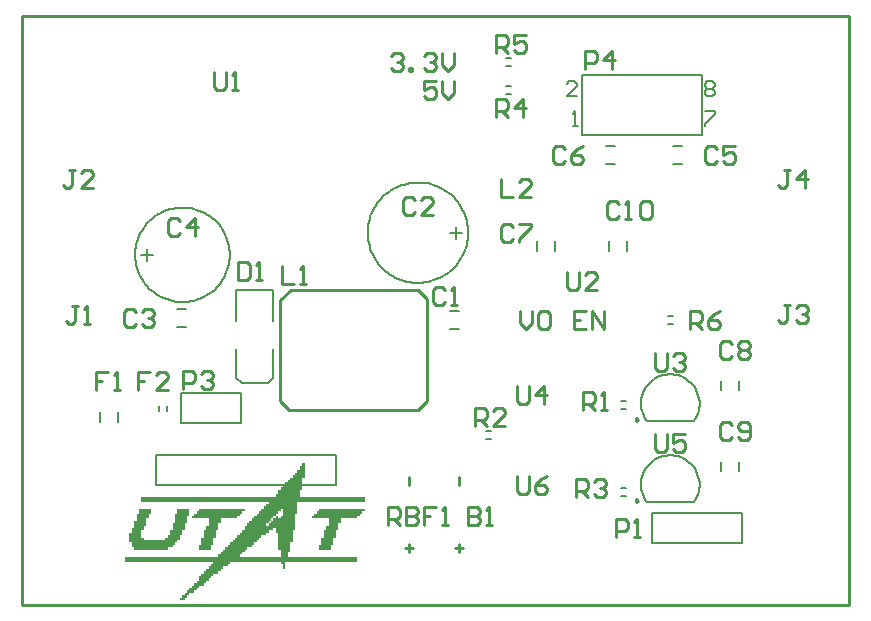
<source format=gto>
G04*
G04 #@! TF.GenerationSoftware,Altium Limited,Altium Designer,18.0.12 (696)*
G04*
G04 Layer_Color=65535*
%FSLAX25Y25*%
%MOIN*%
G70*
G01*
G75*
%ADD10C,0.00984*%
%ADD11C,0.00787*%
%ADD12C,0.01000*%
%ADD13C,0.00800*%
G36*
X56200Y109600D02*
X55400D01*
Y107200D01*
X54600D01*
Y104800D01*
X53800D01*
Y103200D01*
X53000D01*
Y101600D01*
X52200D01*
Y100800D01*
X51400D01*
Y100000D01*
X50600D01*
Y99200D01*
X49000D01*
Y98400D01*
X37800D01*
Y99200D01*
X37000D01*
Y100800D01*
X36200D01*
Y104000D01*
X37000D01*
Y105600D01*
X37800D01*
Y108000D01*
X38600D01*
Y110400D01*
X39400D01*
Y112000D01*
X43400D01*
Y110400D01*
X42600D01*
Y108800D01*
X41800D01*
Y106400D01*
X41000D01*
Y104800D01*
X40200D01*
Y102400D01*
X41000D01*
Y101600D01*
X48200D01*
Y102400D01*
X49000D01*
Y103200D01*
X49800D01*
Y104800D01*
X50600D01*
Y107200D01*
X51400D01*
Y110400D01*
X52200D01*
Y112000D01*
X56200D01*
Y109600D01*
D02*
G37*
G36*
X114600Y111200D02*
X113800D01*
Y110400D01*
X113000D01*
Y109600D01*
X112200D01*
Y108800D01*
X106600D01*
Y107200D01*
X105800D01*
Y104800D01*
X105000D01*
Y102400D01*
X104200D01*
Y100000D01*
X103400D01*
Y98400D01*
X99400D01*
Y100000D01*
X100200D01*
Y102400D01*
X101000D01*
Y104800D01*
X101800D01*
Y106400D01*
X102600D01*
Y108800D01*
X97000D01*
Y109600D01*
X97800D01*
Y110400D01*
X98600D01*
Y111200D01*
X99400D01*
Y112000D01*
X114600D01*
Y111200D01*
D02*
G37*
G36*
X74600D02*
X73800D01*
Y110400D01*
X73000D01*
Y109600D01*
X72200D01*
Y108800D01*
X66600D01*
Y107200D01*
X65800D01*
Y104800D01*
X65000D01*
Y102400D01*
X64200D01*
Y100000D01*
X63400D01*
Y98400D01*
X59400D01*
Y100000D01*
X60200D01*
Y102400D01*
X61000D01*
Y104800D01*
X61800D01*
Y106400D01*
X62600D01*
Y108800D01*
X57000D01*
Y109600D01*
X57800D01*
Y110400D01*
X58600D01*
Y111200D01*
X59400D01*
Y112000D01*
X74600D01*
Y111200D01*
D02*
G37*
G36*
X94600Y122400D02*
X93800D01*
Y118400D01*
X93000D01*
Y116000D01*
X114600D01*
Y114400D01*
X92200D01*
Y110400D01*
X91400D01*
Y104800D01*
X90600D01*
Y100800D01*
X89800D01*
Y97600D01*
X89000D01*
Y96000D01*
X112200D01*
Y94400D01*
X88200D01*
Y92000D01*
X87400D01*
Y93600D01*
X86600D01*
Y94400D01*
X69800D01*
Y93600D01*
X69000D01*
Y92800D01*
X67400D01*
Y92000D01*
X66600D01*
Y91200D01*
X65800D01*
Y90400D01*
X64200D01*
Y89600D01*
X63400D01*
Y88800D01*
X62600D01*
Y88000D01*
X61800D01*
Y87200D01*
X61000D01*
Y86400D01*
X59400D01*
Y85600D01*
X58600D01*
Y84800D01*
X57800D01*
Y84000D01*
X56200D01*
Y83200D01*
X55400D01*
Y82400D01*
X54600D01*
Y81600D01*
X53000D01*
Y82400D01*
X53800D01*
Y83200D01*
X54600D01*
Y84000D01*
X55400D01*
Y84800D01*
X56200D01*
Y85600D01*
X57000D01*
Y86400D01*
X57800D01*
Y87200D01*
X58600D01*
Y88000D01*
X59400D01*
Y89600D01*
X60200D01*
Y90400D01*
X61000D01*
Y91200D01*
X61800D01*
Y92000D01*
X62600D01*
Y92800D01*
X63400D01*
Y93600D01*
X64200D01*
Y94400D01*
X34600D01*
Y96000D01*
X65800D01*
Y96800D01*
X66600D01*
Y97600D01*
X67400D01*
Y98400D01*
X68200D01*
Y99200D01*
X69000D01*
Y100000D01*
X69800D01*
Y100800D01*
X70600D01*
Y101600D01*
X71400D01*
Y102400D01*
X72200D01*
Y103200D01*
X73000D01*
Y104000D01*
X73800D01*
Y104800D01*
X74600D01*
Y106400D01*
X75400D01*
Y107200D01*
X76200D01*
Y108000D01*
X77000D01*
Y108800D01*
X77800D01*
Y109600D01*
X78600D01*
Y110400D01*
X79400D01*
Y111200D01*
X80200D01*
Y112000D01*
X81000D01*
Y112800D01*
X81800D01*
Y113600D01*
X82600D01*
Y114400D01*
X40200D01*
Y116000D01*
X85000D01*
Y116800D01*
X85800D01*
Y118400D01*
X86600D01*
Y119200D01*
X87400D01*
Y120000D01*
X88200D01*
Y120800D01*
X89000D01*
Y121600D01*
X89800D01*
Y122400D01*
X90600D01*
Y123200D01*
X91400D01*
Y124000D01*
X92200D01*
Y124800D01*
X93000D01*
Y126400D01*
X93800D01*
Y127200D01*
X94600D01*
Y122400D01*
D02*
G37*
%LPC*%
G36*
X87400Y112000D02*
X86600D01*
Y111200D01*
X85800D01*
Y110400D01*
X85000D01*
Y109600D01*
X85800D01*
Y108800D01*
X86600D01*
Y109600D01*
X87400D01*
Y110400D01*
Y111200D01*
Y112000D01*
D02*
G37*
G36*
X85000Y109600D02*
X84200D01*
Y108800D01*
X85000D01*
Y109600D01*
D02*
G37*
G36*
X84200Y108800D02*
X83400D01*
Y108000D01*
X84200D01*
Y108800D01*
D02*
G37*
G36*
X83400Y108000D02*
X82600D01*
Y107200D01*
X83400D01*
Y108000D01*
D02*
G37*
G36*
X82600Y107200D02*
X81800D01*
Y106400D01*
X82600D01*
Y107200D01*
D02*
G37*
G36*
X85000Y105600D02*
X84200D01*
Y104800D01*
X82600D01*
Y104000D01*
X81800D01*
Y103200D01*
X80200D01*
Y102400D01*
X79400D01*
Y101600D01*
X78600D01*
Y100800D01*
X77800D01*
Y100000D01*
X77000D01*
Y99200D01*
X75400D01*
Y98400D01*
X74600D01*
Y97600D01*
X73800D01*
Y96800D01*
X73000D01*
Y96000D01*
X86600D01*
Y96800D01*
Y97600D01*
Y98400D01*
X85800D01*
Y99200D01*
Y100000D01*
Y100800D01*
Y101600D01*
Y102400D01*
Y103200D01*
Y104000D01*
X85000D01*
Y104800D01*
Y105600D01*
D02*
G37*
%LPD*%
D10*
X205850Y114685D02*
X205112Y115111D01*
Y114259D01*
X205850Y114685D01*
Y141685D02*
X205112Y142111D01*
Y141259D01*
X205850Y141685D01*
D11*
X224295Y114094D02*
X224862Y114929D01*
X225340Y115818D01*
X225724Y116751D01*
X226010Y117718D01*
X226194Y118710D01*
X226275Y119716D01*
X226253Y120725D01*
X226126Y121726D01*
X225897Y122708D01*
X225568Y123662D01*
X225143Y124577D01*
X224625Y125443D01*
X224021Y126251D01*
X223337Y126993D01*
X222580Y127660D01*
X221758Y128246D01*
X220881Y128744D01*
X219957Y129148D01*
X218996Y129456D01*
X218008Y129663D01*
X217004Y129767D01*
X215996D01*
X214992Y129663D01*
X214004Y129456D01*
X213043Y129148D01*
X212119Y128744D01*
X211242Y128246D01*
X210420Y127660D01*
X209663Y126993D01*
X208979Y126251D01*
X208375Y125443D01*
X207857Y124577D01*
X207432Y123662D01*
X207103Y122708D01*
X206874Y121726D01*
X206747Y120725D01*
X206725Y119716D01*
X206806Y118710D01*
X206990Y117718D01*
X207276Y116751D01*
X207660Y115818D01*
X208138Y114929D01*
X208705Y114094D01*
X224295Y141095D02*
X224862Y141929D01*
X225340Y142818D01*
X225724Y143751D01*
X226010Y144718D01*
X226194Y145710D01*
X226275Y146716D01*
X226253Y147725D01*
X226126Y148726D01*
X225897Y149708D01*
X225568Y150662D01*
X225143Y151577D01*
X224625Y152443D01*
X224021Y153251D01*
X223337Y153993D01*
X222580Y154660D01*
X221758Y155246D01*
X220881Y155744D01*
X219957Y156148D01*
X218996Y156456D01*
X218008Y156663D01*
X217004Y156767D01*
X215996D01*
X214992Y156663D01*
X214004Y156456D01*
X213043Y156148D01*
X212119Y155744D01*
X211242Y155246D01*
X210420Y154660D01*
X209663Y153993D01*
X208979Y153251D01*
X208375Y152443D01*
X207857Y151577D01*
X207432Y150662D01*
X207103Y149708D01*
X206874Y148726D01*
X206747Y147725D01*
X206725Y146716D01*
X206806Y145710D01*
X206990Y144718D01*
X207276Y143751D01*
X207660Y142818D01*
X208138Y141929D01*
X208705Y141095D01*
X149122Y204000D02*
X149092Y205001D01*
X149002Y205998D01*
X148853Y206988D01*
X148645Y207967D01*
X148379Y208932D01*
X148055Y209879D01*
X147676Y210806D01*
X147241Y211708D01*
X146754Y212582D01*
X146215Y213426D01*
X145626Y214235D01*
X144990Y215009D01*
X144309Y215743D01*
X143586Y216435D01*
X142822Y217082D01*
X142021Y217682D01*
X141186Y218234D01*
X140319Y218734D01*
X139423Y219182D01*
X138503Y219576D01*
X137560Y219913D01*
X136599Y220194D01*
X135623Y220417D01*
X134636Y220581D01*
X133640Y220686D01*
X132640Y220730D01*
X131639Y220715D01*
X130641Y220641D01*
X129649Y220506D01*
X128666Y220313D01*
X127698Y220061D01*
X126745Y219752D01*
X125814Y219386D01*
X124905Y218965D01*
X124024Y218491D01*
X123172Y217964D01*
X122353Y217388D01*
X121571Y216764D01*
X120827Y216094D01*
X120124Y215381D01*
X119465Y214627D01*
X118853Y213835D01*
X118289Y213008D01*
X117776Y212148D01*
X117315Y211260D01*
X116907Y210345D01*
X116556Y209408D01*
X116261Y208451D01*
X116023Y207479D01*
X115844Y206494D01*
X115725Y205500D01*
X115665Y204501D01*
Y203499D01*
X115725Y202500D01*
X115844Y201506D01*
X116023Y200521D01*
X116261Y199549D01*
X116556Y198592D01*
X116907Y197655D01*
X117315Y196740D01*
X117776Y195852D01*
X118289Y194992D01*
X118853Y194165D01*
X119465Y193373D01*
X120124Y192619D01*
X120827Y191906D01*
X121571Y191236D01*
X122353Y190612D01*
X123172Y190036D01*
X124024Y189509D01*
X124905Y189035D01*
X125814Y188614D01*
X126745Y188249D01*
X127698Y187939D01*
X128666Y187687D01*
X129649Y187494D01*
X130641Y187359D01*
X131639Y187285D01*
X132640Y187270D01*
X133640Y187314D01*
X134636Y187419D01*
X135623Y187583D01*
X136599Y187806D01*
X137560Y188087D01*
X138503Y188424D01*
X139423Y188818D01*
X140319Y189266D01*
X141186Y189766D01*
X142021Y190318D01*
X142822Y190918D01*
X143586Y191566D01*
X144309Y192257D01*
X144990Y192991D01*
X145626Y193764D01*
X146215Y194574D01*
X146754Y195418D01*
X147241Y196292D01*
X147675Y197194D01*
X148055Y198121D01*
X148379Y199068D01*
X148645Y200033D01*
X148853Y201012D01*
X149002Y202002D01*
X149092Y202999D01*
X149122Y204000D01*
X69653Y196626D02*
X69622Y197625D01*
X69527Y198620D01*
X69369Y199606D01*
X69149Y200581D01*
X68867Y201540D01*
X68525Y202479D01*
X68125Y203394D01*
X67667Y204283D01*
X67154Y205140D01*
X66587Y205963D01*
X65969Y206749D01*
X65303Y207493D01*
X64591Y208194D01*
X63836Y208849D01*
X63040Y209454D01*
X62208Y210008D01*
X61343Y210507D01*
X60448Y210951D01*
X59526Y211337D01*
X58581Y211664D01*
X57618Y211930D01*
X56640Y212135D01*
X55651Y212277D01*
X54655Y212356D01*
X53656Y212372D01*
X52658Y212325D01*
X51664Y212214D01*
X50680Y212040D01*
X49709Y211805D01*
X48755Y211508D01*
X47821Y211151D01*
X46912Y210736D01*
X46031Y210264D01*
X45182Y209737D01*
X44368Y209158D01*
X43593Y208528D01*
X42859Y207850D01*
X42169Y207126D01*
X41527Y206361D01*
X40934Y205556D01*
X40394Y204715D01*
X39908Y203842D01*
X39479Y202940D01*
X39107Y202012D01*
X38795Y201063D01*
X38544Y200095D01*
X38355Y199114D01*
X38229Y198123D01*
X38165Y197126D01*
Y196126D01*
X38229Y195129D01*
X38355Y194138D01*
X38544Y193157D01*
X38795Y192189D01*
X39107Y191240D01*
X39479Y190312D01*
X39908Y189410D01*
X40394Y188537D01*
X40934Y187696D01*
X41527Y186891D01*
X42169Y186126D01*
X42859Y185402D01*
X43593Y184724D01*
X44368Y184094D01*
X45182Y183515D01*
X46031Y182988D01*
X46912Y182516D01*
X47821Y182101D01*
X48755Y181744D01*
X49709Y181447D01*
X50680Y181212D01*
X51664Y181038D01*
X52658Y180928D01*
X53656Y180880D01*
X54655Y180896D01*
X55651Y180975D01*
X56640Y181117D01*
X57618Y181322D01*
X58581Y181588D01*
X59526Y181915D01*
X60448Y182301D01*
X61343Y182745D01*
X62208Y183245D01*
X63040Y183798D01*
X63836Y184403D01*
X64591Y185058D01*
X65303Y185759D01*
X65969Y186503D01*
X66587Y187289D01*
X67154Y188112D01*
X67667Y188969D01*
X68125Y189857D01*
X68525Y190773D01*
X68867Y191712D01*
X69149Y192671D01*
X69369Y193646D01*
X69527Y194632D01*
X69622Y195627D01*
X69653Y196626D01*
X208705Y114094D02*
X224295D01*
X208705Y141095D02*
X224295D01*
X26547Y140925D02*
Y144075D01*
X32453Y140925D02*
Y144075D01*
X46122Y144713D02*
Y146287D01*
X48878Y144713D02*
Y146287D01*
X227000Y236500D02*
Y256500D01*
X187000Y236500D02*
Y256500D01*
X227000D01*
X187000Y236500D02*
X227000D01*
X73500Y140500D02*
Y150500D01*
X53500Y140500D02*
X73500D01*
X53500D02*
Y150500D01*
X73500D01*
X105000Y120000D02*
Y130000D01*
X45000Y120000D02*
Y130000D01*
X105000D01*
X45000Y120000D02*
X105000D01*
X145158Y202000D02*
Y206000D01*
X143157Y204000D02*
X147158D01*
X42122Y194626D02*
Y198626D01*
X40122Y196626D02*
X44122D01*
X155213Y135122D02*
X156787D01*
X155213Y137878D02*
X156787D01*
X217425Y232953D02*
X220575D01*
X217425Y227047D02*
X220575D01*
X194925Y227047D02*
X198075D01*
X194925Y232953D02*
X198075D01*
X200213Y118878D02*
X201787D01*
X200213Y116122D02*
X201787D01*
X200213Y147878D02*
X201787D01*
X200213Y145122D02*
X201787D01*
X233547Y124425D02*
Y127575D01*
X239453Y124425D02*
Y127575D01*
X233547Y151425D02*
Y154575D01*
X239453Y151425D02*
Y154575D01*
X215713Y173622D02*
X217287D01*
X215713Y176378D02*
X217287D01*
X161760Y259622D02*
X163335D01*
X161760Y262378D02*
X163335D01*
X161760Y250122D02*
X163335D01*
X161760Y252878D02*
X163335D01*
X196047Y197925D02*
Y201075D01*
X201953Y197925D02*
Y201075D01*
X177953Y197925D02*
Y201075D01*
X172047Y197925D02*
Y201075D01*
X210500Y110500D02*
X240500D01*
X210500Y100500D02*
Y110500D01*
Y100500D02*
X240500D01*
Y110500D01*
X51925Y178453D02*
X55075D01*
X51925Y172547D02*
X55075D01*
X142925Y177953D02*
X146075D01*
X142925Y172047D02*
X146075D01*
X71898Y155630D02*
Y165276D01*
X84102Y155630D02*
Y165276D01*
Y174724D02*
Y184961D01*
X71898Y174724D02*
Y184961D01*
X73669Y153858D02*
X82331D01*
X84102Y155630D01*
X71898D02*
X73669Y153858D01*
X71898Y184961D02*
X84102D01*
D12*
X129465Y119965D02*
Y122465D01*
Y97715D02*
Y100215D01*
Y98965D02*
Y100215D01*
X128215Y98965D02*
X130715D01*
X146000Y119965D02*
Y122465D01*
Y97715D02*
Y100215D01*
Y98965D02*
Y100215D01*
X144750Y98965D02*
X147250D01*
X86500Y148000D02*
Y181500D01*
Y148000D02*
X89500Y145000D01*
X132500D01*
X135500Y148000D02*
Y182000D01*
X132500Y145000D02*
X135500Y148000D01*
X132500Y185000D02*
X135500Y182000D01*
X90000Y185000D02*
X132500D01*
X86500Y181500D02*
X90000Y185000D01*
X276091Y80000D02*
X276091Y276091D01*
X500D02*
X276091D01*
X500Y80000D02*
X276091D01*
X500D02*
X500Y276091D01*
X42999Y157498D02*
X39000D01*
Y154499D01*
X40999D01*
X39000D01*
Y151500D01*
X48997D02*
X44998D01*
X48997Y155499D01*
Y156498D01*
X47997Y157498D01*
X45998D01*
X44998Y156498D01*
X28999Y157498D02*
X25000D01*
Y154499D01*
X26999D01*
X25000D01*
Y151500D01*
X30998D02*
X32997D01*
X31998D01*
Y157498D01*
X30998Y156498D01*
X211500Y136998D02*
Y132000D01*
X212500Y131000D01*
X214499D01*
X215499Y132000D01*
Y136998D01*
X221497D02*
X217498D01*
Y133999D01*
X219497Y134999D01*
X220497D01*
X221497Y133999D01*
Y132000D01*
X220497Y131000D01*
X218498D01*
X217498Y132000D01*
X188000Y258500D02*
Y264498D01*
X190999D01*
X191999Y263498D01*
Y261499D01*
X190999Y260499D01*
X188000D01*
X196997Y258500D02*
Y264498D01*
X193998Y261499D01*
X197997D01*
X54000Y152000D02*
Y157998D01*
X56999D01*
X57999Y156998D01*
Y154999D01*
X56999Y153999D01*
X54000D01*
X59998Y156998D02*
X60998Y157998D01*
X62997D01*
X63997Y156998D01*
Y155999D01*
X62997Y154999D01*
X61997D01*
X62997D01*
X63997Y153999D01*
Y153000D01*
X62997Y152000D01*
X60998D01*
X59998Y153000D01*
X18999Y179498D02*
X16999D01*
X17999D01*
Y174500D01*
X16999Y173500D01*
X16000D01*
X15000Y174500D01*
X20998Y173500D02*
X22997D01*
X21998D01*
Y179498D01*
X20998Y178498D01*
X165500Y122998D02*
Y118000D01*
X166500Y117000D01*
X168499D01*
X169499Y118000D01*
Y122998D01*
X175497D02*
X173497Y121998D01*
X171498Y119999D01*
Y118000D01*
X172498Y117000D01*
X174497D01*
X175497Y118000D01*
Y118999D01*
X174497Y119999D01*
X171498D01*
X165567Y152998D02*
Y148000D01*
X166567Y147000D01*
X168566D01*
X169566Y148000D01*
Y152998D01*
X174564Y147000D02*
Y152998D01*
X171565Y149999D01*
X175564D01*
X211500Y163998D02*
Y159000D01*
X212500Y158000D01*
X214499D01*
X215499Y159000D01*
Y163998D01*
X217498Y162998D02*
X218498Y163998D01*
X220497D01*
X221497Y162998D01*
Y161999D01*
X220497Y160999D01*
X219497D01*
X220497D01*
X221497Y159999D01*
Y159000D01*
X220497Y158000D01*
X218498D01*
X217498Y159000D01*
X182000Y190998D02*
Y186000D01*
X183000Y185000D01*
X184999D01*
X185999Y186000D01*
Y190998D01*
X191997Y185000D02*
X187998D01*
X191997Y188999D01*
Y189998D01*
X190997Y190998D01*
X188998D01*
X187998Y189998D01*
X64500Y257498D02*
Y252500D01*
X65500Y251500D01*
X67499D01*
X68499Y252500D01*
Y257498D01*
X70498Y251500D02*
X72497D01*
X71498D01*
Y257498D01*
X70498Y256498D01*
X122500Y106500D02*
Y112498D01*
X125499D01*
X126499Y111498D01*
Y109499D01*
X125499Y108499D01*
X122500D01*
X124499D02*
X126499Y106500D01*
X128498Y112498D02*
Y106500D01*
X131497D01*
X132497Y107500D01*
Y108499D01*
X131497Y109499D01*
X128498D01*
X131497D01*
X132497Y110499D01*
Y111498D01*
X131497Y112498D01*
X128498D01*
X138495D02*
X134496D01*
Y109499D01*
X136495D01*
X134496D01*
Y106500D01*
X140494D02*
X142493D01*
X141494D01*
Y112498D01*
X140494Y111498D01*
X223000Y172000D02*
Y177998D01*
X225999D01*
X226999Y176998D01*
Y174999D01*
X225999Y173999D01*
X223000D01*
X224999D02*
X226999Y172000D01*
X232997Y177998D02*
X230997Y176998D01*
X228998Y174999D01*
Y173000D01*
X229998Y172000D01*
X231997D01*
X232997Y173000D01*
Y173999D01*
X231997Y174999D01*
X228998D01*
X158500Y264000D02*
Y269998D01*
X161499D01*
X162499Y268998D01*
Y266999D01*
X161499Y265999D01*
X158500D01*
X160499D02*
X162499Y264000D01*
X168497Y269998D02*
X164498D01*
Y266999D01*
X166497Y267999D01*
X167497D01*
X168497Y266999D01*
Y265000D01*
X167497Y264000D01*
X165498D01*
X164498Y265000D01*
X158500Y242500D02*
Y248498D01*
X161499D01*
X162499Y247498D01*
Y245499D01*
X161499Y244499D01*
X158500D01*
X160499D02*
X162499Y242500D01*
X167497D02*
Y248498D01*
X164498Y245499D01*
X168497D01*
X185000Y116000D02*
Y121998D01*
X187999D01*
X188999Y120998D01*
Y118999D01*
X187999Y117999D01*
X185000D01*
X186999D02*
X188999Y116000D01*
X190998Y120998D02*
X191998Y121998D01*
X193997D01*
X194997Y120998D01*
Y119999D01*
X193997Y118999D01*
X192997D01*
X193997D01*
X194997Y117999D01*
Y117000D01*
X193997Y116000D01*
X191998D01*
X190998Y117000D01*
X151500Y139500D02*
Y145498D01*
X154499D01*
X155499Y144498D01*
Y142499D01*
X154499Y141499D01*
X151500D01*
X153499D02*
X155499Y139500D01*
X161497D02*
X157498D01*
X161497Y143499D01*
Y144498D01*
X160497Y145498D01*
X158498D01*
X157498Y144498D01*
X187500Y145000D02*
Y150998D01*
X190499D01*
X191499Y149998D01*
Y147999D01*
X190499Y146999D01*
X187500D01*
X189499D02*
X191499Y145000D01*
X193498D02*
X195497D01*
X194498D01*
Y150998D01*
X193498Y149998D01*
X198500Y102500D02*
Y108498D01*
X201499D01*
X202499Y107498D01*
Y105499D01*
X201499Y104499D01*
X198500D01*
X204498Y102500D02*
X206497D01*
X205498D01*
Y108498D01*
X204498Y107498D01*
X160000Y221998D02*
Y216000D01*
X163999D01*
X169997D02*
X165998D01*
X169997Y219999D01*
Y220998D01*
X168997Y221998D01*
X166998D01*
X165998Y220998D01*
X87000Y192998D02*
Y187000D01*
X90999D01*
X92998D02*
X94997D01*
X93998D01*
Y192998D01*
X92998Y191998D01*
X256499Y224998D02*
X254499D01*
X255499D01*
Y220000D01*
X254499Y219000D01*
X253500D01*
X252500Y220000D01*
X261497Y219000D02*
Y224998D01*
X258498Y221999D01*
X262497D01*
X256499Y179998D02*
X254499D01*
X255499D01*
Y175000D01*
X254499Y174000D01*
X253500D01*
X252500Y175000D01*
X258498Y178998D02*
X259498Y179998D01*
X261497D01*
X262497Y178998D01*
Y177999D01*
X261497Y176999D01*
X260497D01*
X261497D01*
X262497Y175999D01*
Y175000D01*
X261497Y174000D01*
X259498D01*
X258498Y175000D01*
X17999Y224998D02*
X15999D01*
X16999D01*
Y220000D01*
X15999Y219000D01*
X15000D01*
X14000Y220000D01*
X23997Y219000D02*
X19998D01*
X23997Y222999D01*
Y223998D01*
X22997Y224998D01*
X20998D01*
X19998Y223998D01*
X166500Y177998D02*
Y173999D01*
X168499Y172000D01*
X170499Y173999D01*
Y177998D01*
X175497D02*
X173498D01*
X172498Y176998D01*
Y173000D01*
X173498Y172000D01*
X175497D01*
X176497Y173000D01*
Y176998D01*
X175497Y177998D01*
X188493D02*
X184494D01*
Y172000D01*
X188493D01*
X184494Y174999D02*
X186494D01*
X190492Y172000D02*
Y177998D01*
X194491Y172000D01*
Y177998D01*
X123547Y262998D02*
X124547Y263998D01*
X126546D01*
X127546Y262998D01*
Y261999D01*
X126546Y260999D01*
X125547D01*
X126546D01*
X127546Y259999D01*
Y259000D01*
X126546Y258000D01*
X124547D01*
X123547Y259000D01*
X129545Y258000D02*
Y259000D01*
X130545D01*
Y258000D01*
X129545D01*
X134544Y262998D02*
X135543Y263998D01*
X137543D01*
X138542Y262998D01*
Y261999D01*
X137543Y260999D01*
X136543D01*
X137543D01*
X138542Y259999D01*
Y259000D01*
X137543Y258000D01*
X135543D01*
X134544Y259000D01*
X140542Y263998D02*
Y259999D01*
X142541Y258000D01*
X144541Y259999D01*
Y263998D01*
X138546Y254498D02*
X134547D01*
Y251499D01*
X136547Y252499D01*
X137546D01*
X138546Y251499D01*
Y249500D01*
X137546Y248500D01*
X135547D01*
X134547Y249500D01*
X140545Y254498D02*
Y250499D01*
X142545Y248500D01*
X144544Y250499D01*
Y254498D01*
X72500Y194398D02*
Y188400D01*
X75499D01*
X76499Y189400D01*
Y193398D01*
X75499Y194398D01*
X72500D01*
X78498Y188400D02*
X80497D01*
X79498D01*
Y194398D01*
X78498Y193398D01*
X199499Y213498D02*
X198499Y214498D01*
X196500D01*
X195500Y213498D01*
Y209500D01*
X196500Y208500D01*
X198499D01*
X199499Y209500D01*
X201498Y208500D02*
X203497D01*
X202498D01*
Y214498D01*
X201498Y213498D01*
X206496D02*
X207496Y214498D01*
X209495D01*
X210495Y213498D01*
Y209500D01*
X209495Y208500D01*
X207496D01*
X206496Y209500D01*
Y213498D01*
X236999Y139998D02*
X235999Y140998D01*
X234000D01*
X233000Y139998D01*
Y136000D01*
X234000Y135000D01*
X235999D01*
X236999Y136000D01*
X238998D02*
X239998Y135000D01*
X241997D01*
X242997Y136000D01*
Y139998D01*
X241997Y140998D01*
X239998D01*
X238998Y139998D01*
Y138999D01*
X239998Y137999D01*
X242997D01*
X236999Y166998D02*
X235999Y167998D01*
X234000D01*
X233000Y166998D01*
Y163000D01*
X234000Y162000D01*
X235999D01*
X236999Y163000D01*
X238998Y166998D02*
X239998Y167998D01*
X241997D01*
X242997Y166998D01*
Y165999D01*
X241997Y164999D01*
X242997Y163999D01*
Y163000D01*
X241997Y162000D01*
X239998D01*
X238998Y163000D01*
Y163999D01*
X239998Y164999D01*
X238998Y165999D01*
Y166998D01*
X239998Y164999D02*
X241997D01*
X163999Y205998D02*
X162999Y206998D01*
X161000D01*
X160000Y205998D01*
Y202000D01*
X161000Y201000D01*
X162999D01*
X163999Y202000D01*
X165998Y206998D02*
X169997D01*
Y205998D01*
X165998Y202000D01*
Y201000D01*
X181499Y231998D02*
X180499Y232998D01*
X178500D01*
X177500Y231998D01*
Y228000D01*
X178500Y227000D01*
X180499D01*
X181499Y228000D01*
X187497Y232998D02*
X185497Y231998D01*
X183498Y229999D01*
Y228000D01*
X184498Y227000D01*
X186497D01*
X187497Y228000D01*
Y228999D01*
X186497Y229999D01*
X183498D01*
X231999Y231998D02*
X230999Y232998D01*
X229000D01*
X228000Y231998D01*
Y228000D01*
X229000Y227000D01*
X230999D01*
X231999Y228000D01*
X237997Y232998D02*
X233998D01*
Y229999D01*
X235997Y230999D01*
X236997D01*
X237997Y229999D01*
Y228000D01*
X236997Y227000D01*
X234998D01*
X233998Y228000D01*
X52999Y207998D02*
X51999Y208998D01*
X50000D01*
X49000Y207998D01*
Y204000D01*
X50000Y203000D01*
X51999D01*
X52999Y204000D01*
X57997Y203000D02*
Y208998D01*
X54998Y205999D01*
X58997D01*
X38499Y177498D02*
X37499Y178498D01*
X35500D01*
X34500Y177498D01*
Y173500D01*
X35500Y172500D01*
X37499D01*
X38499Y173500D01*
X40498Y177498D02*
X41498Y178498D01*
X43497D01*
X44497Y177498D01*
Y176499D01*
X43497Y175499D01*
X42497D01*
X43497D01*
X44497Y174499D01*
Y173500D01*
X43497Y172500D01*
X41498D01*
X40498Y173500D01*
X131499Y214998D02*
X130499Y215998D01*
X128500D01*
X127500Y214998D01*
Y211000D01*
X128500Y210000D01*
X130499D01*
X131499Y211000D01*
X137497Y210000D02*
X133498D01*
X137497Y213999D01*
Y214998D01*
X136497Y215998D01*
X134498D01*
X133498Y214998D01*
X141499Y184998D02*
X140499Y185998D01*
X138500D01*
X137500Y184998D01*
Y181000D01*
X138500Y180000D01*
X140499D01*
X141499Y181000D01*
X143498Y180000D02*
X145497D01*
X144498D01*
Y185998D01*
X143498Y184998D01*
X149000Y112498D02*
Y106500D01*
X151999D01*
X152999Y107500D01*
Y108499D01*
X151999Y109499D01*
X149000D01*
X151999D01*
X152999Y110499D01*
Y111498D01*
X151999Y112498D01*
X149000D01*
X154998Y106500D02*
X156997D01*
X155998D01*
Y112498D01*
X154998Y111498D01*
D13*
X228000Y253665D02*
X228833Y254498D01*
X230499D01*
X231332Y253665D01*
Y252832D01*
X230499Y251999D01*
X231332Y251166D01*
Y250333D01*
X230499Y249500D01*
X228833D01*
X228000Y250333D01*
Y251166D01*
X228833Y251999D01*
X228000Y252832D01*
Y253665D01*
X228833Y251999D02*
X230499D01*
X228000Y244498D02*
X231332D01*
Y243665D01*
X228000Y240333D01*
Y239500D01*
X184000D02*
X185666D01*
X184833D01*
Y244498D01*
X184000Y243665D01*
X185332Y249500D02*
X182000D01*
X185332Y252832D01*
Y253665D01*
X184499Y254498D01*
X182833D01*
X182000Y253665D01*
M02*

</source>
